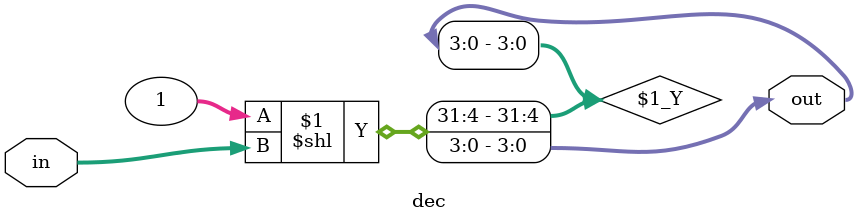
<source format=sv>
module dec(in, out);
    parameter n = 2; 
    parameter m = 4; 
    input [n-1:0] in; 
    output [m-1:0] out; 
    assign out = 1 << in;
endmodule : dec
</source>
